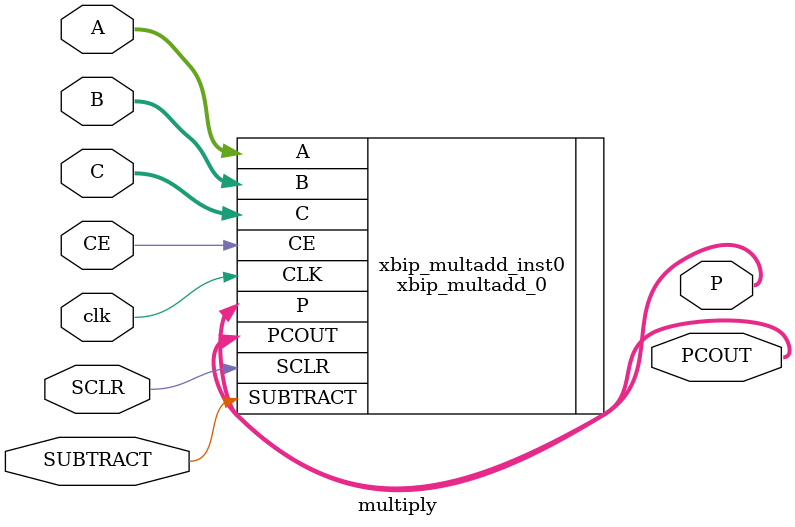
<source format=v>
`timescale 1ns / 1ps


module multiply(
    input clk,
    input CE,
    input SCLR,
    input[15:0] A,
    input[15:0] B,
    input[3:0] C,
    input SUBTRACT,
    output[47:0] P,
    output[47:0] PCOUT
    );

xbip_multadd_0 xbip_multadd_inst0(
  .CLK(clk),            // input wire CLK
  .CE(CE),              // input wire CE
  .SCLR(SCLR),          // input wire SCLR
  .A(A),                // input wire [15 : 0] A  unsigned
  .B(B),                // input wire [15 : 0] B    unsigned
  .C(C),                // input wire [3 : 0] C   unsigned
  .SUBTRACT(SUBTRACT),  // input wire SUBTRACT
  .P(P),                // output wire [47 : 0] P
  .PCOUT(PCOUT)        // output wire [47 : 0] PCOUT
);

endmodule

</source>
